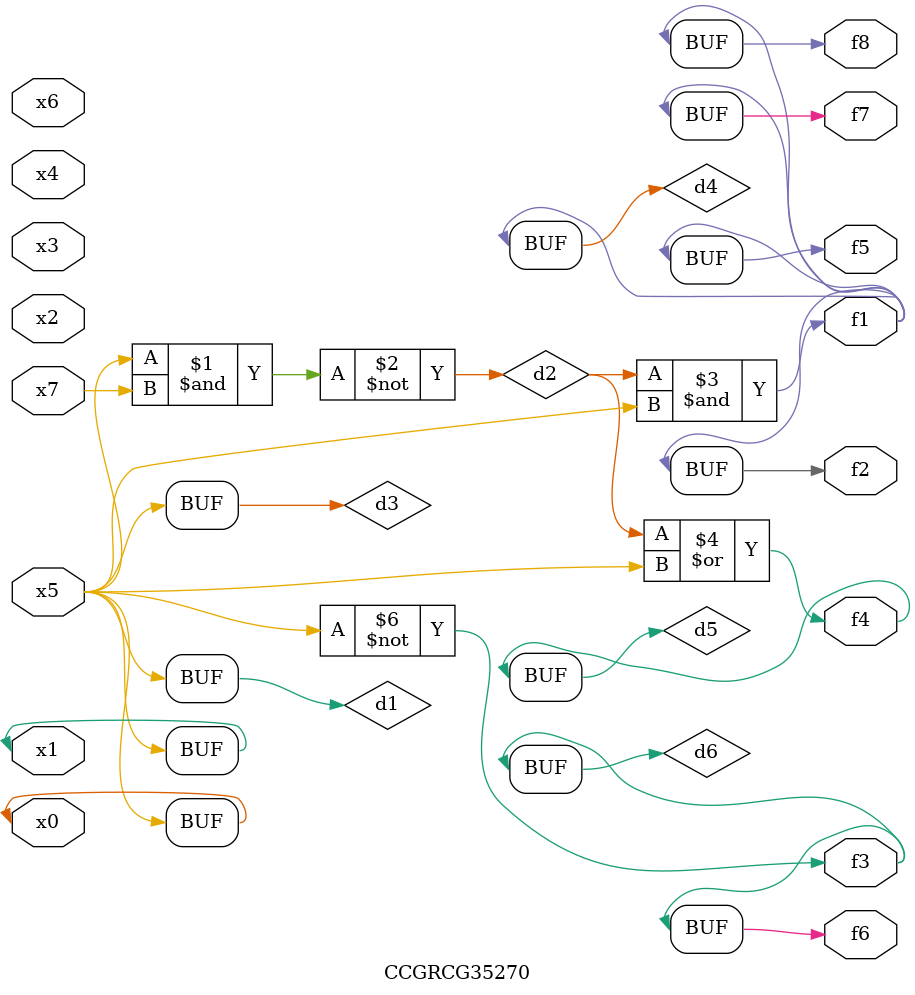
<source format=v>
module CCGRCG35270(
	input x0, x1, x2, x3, x4, x5, x6, x7,
	output f1, f2, f3, f4, f5, f6, f7, f8
);

	wire d1, d2, d3, d4, d5, d6;

	buf (d1, x0, x5);
	nand (d2, x5, x7);
	buf (d3, x0, x1);
	and (d4, d2, d3);
	or (d5, d2, d3);
	nor (d6, d1, d3);
	assign f1 = d4;
	assign f2 = d4;
	assign f3 = d6;
	assign f4 = d5;
	assign f5 = d4;
	assign f6 = d6;
	assign f7 = d4;
	assign f8 = d4;
endmodule

</source>
